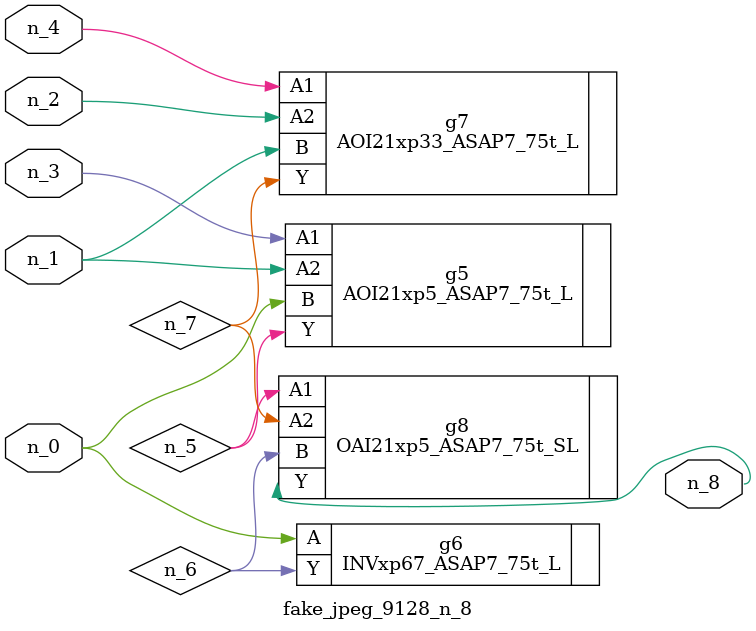
<source format=v>
module fake_jpeg_9128_n_8 (n_3, n_2, n_1, n_0, n_4, n_8);

input n_3;
input n_2;
input n_1;
input n_0;
input n_4;

output n_8;

wire n_6;
wire n_5;
wire n_7;

AOI21xp5_ASAP7_75t_L g5 ( 
.A1(n_3),
.A2(n_1),
.B(n_0),
.Y(n_5)
);

INVxp67_ASAP7_75t_L g6 ( 
.A(n_0),
.Y(n_6)
);

AOI21xp33_ASAP7_75t_L g7 ( 
.A1(n_4),
.A2(n_2),
.B(n_1),
.Y(n_7)
);

OAI21xp5_ASAP7_75t_SL g8 ( 
.A1(n_5),
.A2(n_7),
.B(n_6),
.Y(n_8)
);


endmodule
</source>
